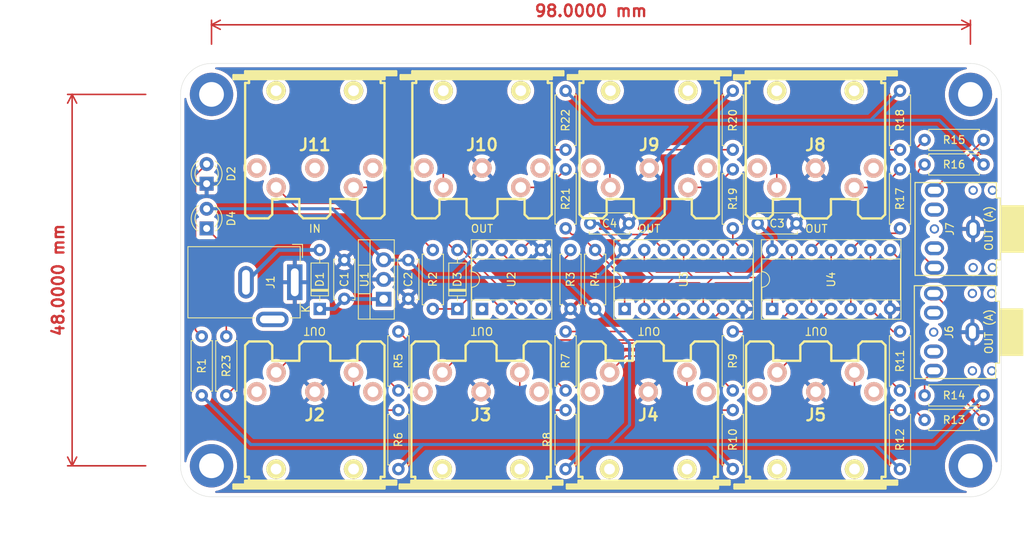
<source format=kicad_pcb>
(kicad_pcb (version 20240108) (generator "pcbnew") (generator_version "8.0")
  (title_block (title "MidiSplitter"))
  (layers (0 "F.Cu" signal) (31 "B.Cu" signal) (34 "B.Paste" user) (35 "F.Paste" user) (36 "B.SilkS" user "B.Silkscreen") (37 "F.SilkS" user "F.Silkscreen") (38 "B.Mask" user) (39 "F.Mask" user) (44 "Edge.Cuts" user))
  (net 0 "")
  (net 1 "GND")
  (net 2 "Net-(D1-A)")
  (net 3 "Net-(D1-K)")
  (net 4 "Net-(D2-A)")
  (net 5 "Net-(D3-A)")
  (net 6 "Net-(D3-K)")
  (net 7 "Net-(D4-K)")
  (net 8 "Net-(J4-Pad4)")
  (net 11 "Net-(J5-Pad5)")
  (net 12 "Net-(J5-Pad4)")
  (net 15 "Net-(J6-PadT)")
  (net 16 "Net-(J6-PadR)")
  (net 17 "Net-(J7-PadR)")
  (net 18 "Net-(J7-PadT)")
  (net 19 "Net-(J9-Pad5)")
  (net 21 "Net-(J9-Pad4)")
  (net 28 "Net-(J11-Pad4)")
  (net 31 "Net-(J10-Pad4)")
  (net 35 "Net-(J8-Pad4)")
  (net 37 "Net-(J8-Pad5)")
  (net 38 "+5V")
  (net 39 "Net-(R5-Pad2)")
  (net 40 "Net-(U2-VO1)")
  (net 41 "Net-(U2-VO2)")
  (net 42 "Net-(R11-Pad2)")
  (net 45 "Net-(U3-Pad11)")
  (net 46 "Net-(J2-Pad4)")
  (net 47 "Net-(J2-Pad5)")
  (net 48 "Net-(J3-Pad4)")
  (net 49 "Net-(J3-Pad5)")
  (net 50 "Net-(R7-Pad2)")
  (net 51 "Net-(J4-Pad5)")
  (net 52 "Net-(R9-Pad2)")
  (net 53 "Net-(R13-Pad2)")
  (net 54 "Net-(R15-Pad2)")
  (net 55 "Net-(R17-Pad2)")
  (net 56 "Net-(J10-Pad5)")
  (net 57 "Net-(R19-Pad2)")
  (net 58 "Net-(R21-Pad2)")
  (net 60 "Net-(R23-Pad2)")
  (footprint "Resistor_THT:R_Axial_DIN0207_L6.3mm_D2.5mm_P7.62mm_Horizontal" (layer "F.Cu") (at 107.315 98.425 90)
    (property "Reference" "R10")
    (property "Value" "220Ω" (hide yes))
  )
  (footprint "MountingHole:MountingHole_3.2mm_M3_DIN965_Pad" (layer "F.Cu") (at 40 50)
    (property "Reference" "H1" (hide yes))
    (property "Value" "MountingHole" (hide yes))
  )
  (footprint "Resistor_THT:R_Axial_DIN0207_L6.3mm_D2.5mm_P7.62mm_Horizontal" (layer "F.Cu") (at 128.905 88.265 90)
    (property "Reference" "R11")
    (property "Value" "220Ω" (hide yes))
  )
  (footprint "Eurocad:MIDI_DIN5" (layer "F.Cu") (at 117.98808 56.5277 180)
    (property "Reference" "J8")
    (property "Value" "DIN-5_180degree" (hide yes))
  )
  (footprint "Resistor_THT:R_Axial_DIN0207_L6.3mm_D2.5mm_P7.62mm_Horizontal" (layer "F.Cu") (at 68.58 77.724 90)
    (property "Reference" "R2")
    (property "Value" "220Ω" (hide yes))
  )
  (footprint "Protoplasma:PJ-307" (layer "F.Cu") (at 135.255 80.725 180)
    (property "Reference" "J6")
    (property "Value" "AudioJack3" (hide yes))
  )
  (footprint "Resistor_THT:R_Axial_DIN0207_L6.3mm_D2.5mm_P7.62mm_Horizontal" (layer "F.Cu") (at 128.905 98.425 90)
    (property "Reference" "R12")
    (property "Value" "220Ω" (hide yes))
  )
  (footprint "Resistor_THT:R_Axial_DIN0207_L6.3mm_D2.5mm_P7.62mm_Horizontal" (layer "F.Cu") (at 107.315 59.69 -90)
    (property "Reference" "R19")
    (property "Value" "220Ω" (hide yes))
  )
  (footprint "Eurocad:MIDI_DIN5" (layer "F.Cu") (at 118.03126 91.4273)
    (property "Reference" "J5")
    (property "Value" "DIN-5_180degree" (hide yes))
  )
  (footprint "MountingHole:MountingHole_3.2mm_M3_DIN965_Pad" (layer "F.Cu") (at 40 98)
    (property "Reference" "H3" (hide yes))
    (property "Value" "MountingHole" (hide yes))
  )
  (footprint "MountingHole:MountingHole_3.2mm_M3_DIN965_Pad" (layer "F.Cu") (at 138 50)
    (property "Reference" "H2" (hide yes))
    (property "Value" "MountingHole" (hide yes))
  )
  (footprint "Resistor_THT:R_Axial_DIN0207_L6.3mm_D2.5mm_P7.62mm_Horizontal" (layer "F.Cu") (at 139.7 92.075 180)
    (property "Reference" "R13")
    (property "Value" "220Ω" (hide yes))
  )
  (footprint "Resistor_THT:R_Axial_DIN0207_L6.3mm_D2.5mm_P7.62mm_Horizontal" (layer "F.Cu") (at 128.905 59.69 -90)
    (property "Reference" "R17")
    (property "Value" "220Ω" (hide yes))
  )
  (footprint "Package_TO_SOT_THT:TO-220-3_Vertical" (layer "F.Cu") (at 62.23 76.454 90)
    (property "Reference" "U1")
    (property "Value" "LM7805_TO220" (hide yes))
  )
  (footprint "LED_THT:LED_D3.0mm" (layer "F.Cu") (at 39.37 61.54 90)
    (property "Reference" "D2")
    (property "Value" "LED" (hide yes))
  )
  (footprint "Resistor_THT:R_Axial_DIN0207_L6.3mm_D2.5mm_P7.62mm_Horizontal" (layer "F.Cu") (at 132.08 59.055)
    (property "Reference" "R16")
    (property "Value" "220Ω" (hide yes))
  )
  (footprint "MountingHole:MountingHole_3.2mm_M3_DIN965_Pad" (layer "F.Cu") (at 138 98)
    (property "Reference" "H4" (hide yes))
    (property "Value" "MountingHole" (hide yes))
  )
  (footprint "Package_DIP:DIP-14_W7.62mm_Socket" (layer "F.Cu") (at 112.395 77.724 90)
    (property "Reference" "U4")
    (property "Value" "74HC14" (hide yes))
  )
  (footprint "Resistor_THT:R_Axial_DIN0207_L6.3mm_D2.5mm_P7.62mm_Horizontal" (layer "F.Cu") (at 128.905 49.53 -90)
    (property "Reference" "R18")
    (property "Value" "220Ω" (hide yes))
  )
  (footprint "Eurocad:MIDI_DIN5" (layer "F.Cu") (at 74.80808 91.4273)
    (property "Reference" "J3")
    (property "Value" "DIN-5_180degree" (hide yes))
  )
  (footprint "Capacitor_THT:C_Disc_D5.0mm_W2.5mm_P5.00mm" (layer "F.Cu") (at 110.53 66.675)
    (property "Reference" "C3")
    (property "Value" "100nF" (hide yes))
  )
  (footprint "Resistor_THT:R_Axial_DIN0207_L6.3mm_D2.5mm_P7.62mm_Horizontal" (layer "F.Cu") (at 86.36 77.724 90)
    (property "Reference" "R3")
    (property "Value" "4.7kΩ" (hide yes))
  )
  (footprint "Protoplasma:PJ-307" (layer "F.Cu") (at 135.35 67.39 180)
    (property "Reference" "J7")
    (property "Value" "AudioJack3" (hide yes))
  )
  (footprint "Package_DIP:DIP-8_W7.62mm_Socket" (layer "F.Cu") (at 74.93 77.724 90)
    (property "Reference" "U2")
    (property "Value" "6N138" (hide yes))
  )
  (footprint "Eurocad:MIDI_DIN5" (layer "F.Cu") (at 53.34 56.515 180)
    (property "Reference" "J11")
    (property "Value" "DIN-5_180degree" (hide yes))
  )
  (footprint "Package_DIP:DIP-14_W7.62mm_Socket" (layer "F.Cu") (at 93.345 77.724 90)
    (property "Reference" "U3")
    (property "Value" "74HC14" (hide yes))
  )
  (footprint "Eurocad:MIDI_DIN5" (layer "F.Cu") (at 96.39808 91.4273)
    (property "Reference" "J4")
    (property "Value" "DIN-5_180degree" (hide yes))
  )
  (footprint "LED_THT:LED_D3.0mm" (layer "F.Cu") (at 39.37 67.32 90)
    (property "Reference" "D4")
    (property "Value" "LED" (hide yes))
  )
  (footprint "Resistor_THT:R_Axial_DIN0207_L6.3mm_D2.5mm_P7.62mm_Horizontal" (layer "F.Cu") (at 85.725 98.425 90)
    (property "Reference" "R8")
    (property "Value" "220Ω")
  )
  (footprint "Capacitor_THT:C_Disc_D5.0mm_W2.5mm_P5.00mm" (layer "F.Cu") (at 88.9 66.675)
    (property "Reference" "C4")
    (property "Value" "100nF" (hide yes))
  )
  (footprint "Eurocad:MIDI_DIN5" (layer "F.Cu") (at 74.93 56.515 180)
    (property "Reference" "J10")
    (property "Value" "DIN-5_180degree" (hide yes))
  )
  (footprint "Diode_THT:D_DO-35_SOD27_P7.62mm_Horizontal" (layer "F.Cu") (at 53.975 77.724 90)
    (property "Reference" "D1")
    (property "Value" "IN4001" (hide yes))
  )
  (footprint "Resistor_THT:R_Axial_DIN0207_L6.3mm_D2.5mm_P7.62mm_Horizontal" (layer "F.Cu") (at 64.135 98.425 90)
    (property "Reference" "R6")
    (property "Value" "220Ω" (hide yes))
  )
  (footprint "Connector_BarrelJack:BarrelJack_GCT_DCJ200-10-A_Horizontal" (layer "F.Cu") (at 50.75 74.28 -90)
    (property "Reference" "J1")
    (property "Value" "Barrel_Jack" (hide yes))
  )
  (footprint "Eurocad:MIDI_DIN5" (layer "F.Cu") (at 96.52 56.515 180)
    (property "Reference" "J9")
    (property "Value" "DIN-5_180degree" (hide yes))
  )
  (footprint "Eurocad:MIDI_DIN5" (layer "F.Cu") (at 53.34 91.4273)
    (property "Reference" "J2")
    (property "Value" "DIN-5_180degree" (hide yes))
  )
  (footprint "Diode_THT:D_DO-35_SOD27_P7.62mm_Horizontal" (layer "F.Cu") (at 71.755 77.724 90)
    (property "Reference" "D3")
    (property "Value" "1N4148" (hide yes))
  )
  (footprint "Resistor_THT:R_Axial_DIN0207_L6.3mm_D2.5mm_P7.62mm_Horizontal" (layer "F.Cu") (at 41.91 81.28 -90)
    (property "Reference" "R23")
    (property "Value" "220Ω" (hide yes))
  )
  (footprint "Resistor_THT:R_Axial_DIN0207_L6.3mm_D2.5mm_P7.62mm_Horizontal" (layer "F.Cu") (at 85.725 88.265 90)
    (property "Reference" "R7")
    (property "Value" "220Ω")
  )
  (footprint "Resistor_THT:R_Axial_DIN0207_L6.3mm_D2.5mm_P7.62mm_Horizontal" (layer "F.Cu") (at 89.535 77.724 90)
    (property "Reference" "R4")
    (property "Value" "220Ω" (hide yes))
  )
  (footprint "Resistor_THT:R_Axial_DIN0207_L6.3mm_D2.5mm_P7.62mm_Horizontal" (layer "F.Cu") (at 107.315 49.53 -90)
    (property "Reference" "R20")
    (property "Value" "220Ω" (hide yes))
  )
  (footprint "Capacitor_THT:C_Disc_D5.0mm_W2.5mm_P5.00mm" (layer "F.Cu") (at 65.405 71.414 -90)
    (property "Reference" "C2")
    (property "Value" "100nF" (hide yes))
  )
  (footprint "Resistor_THT:R_Axial_DIN0207_L6.3mm_D2.5mm_P7.62mm_Horizontal" (layer "F.Cu") (at 85.725 59.69 -90)
    (property "Reference" "R21")
    (property "Value" "220Ω" (hide yes))
  )
  (footprint "Resistor_THT:R_Axial_DIN0207_L6.3mm_D2.5mm_P7.62mm_Horizontal" (layer "F.Cu") (at 139.7 55.88 180)
    (property "Reference" "R15")
    (property "Value" "220Ω" (hide yes))
  )
  (footprint "Resistor_THT:R_Axial_DIN0207_L6.3mm_D2.5mm_P7.62mm_Horizontal" (layer "F.Cu") (at 38.735 88.9 90)
    (property "Reference" "R1")
    (property "Value" "220Ω" (hide yes))
  )
  (footprint "Resistor_THT:R_Axial_DIN0207_L6.3mm_D2.5mm_P7.62mm_Horizontal" (layer "F.Cu") (at 132.08 88.9)
    (property "Reference" "R14")
    (property "Value" "220Ω" (hide yes))
  )
  (footprint "Capacitor_THT:C_Disc_D5.0mm_W2.5mm_P5.00mm" (layer "F.Cu") (at 57.15 76.414 90)
    (property "Reference" "C1")
    (property "Value" "330nF" (hide yes))
  )
  (footprint "Resistor_THT:R_Axial_DIN0207_L6.3mm_D2.5mm_P7.62mm_Horizontal" (layer "F.Cu") (at 64.135 88.265 90)
    (property "Reference" "R5")
    (property "Value" "220Ω" (hide yes))
  )
  (footprint "Resistor_THT:R_Axial_DIN0207_L6.3mm_D2.5mm_P7.62mm_Horizontal" (layer "F.Cu") (at 107.315 88.265 90)
    (property "Reference" "R9")
    (property "Value" "220Ω" (hide yes))
  )
  (footprint "Resistor_THT:R_Axial_DIN0207_L6.3mm_D2.5mm_P7.62mm_Horizontal" (layer "F.Cu") (at 85.725 49.53 -90)
    (property "Reference" "R22")
    (property "Value" "220Ω" (hide yes))
  )
  (gr_line (start 36 98) (end 36 50) (stroke (width 0.05)) (layer "Edge.Cuts"))
  (gr_line (start 142 50) (end 142 98) (stroke (width 0.05)) (layer "Edge.Cuts"))
  (gr_arc (start 40 102) (mid 37.171573 100.828427) (end 36 98) (stroke (width 0.05)) (layer "Edge.Cuts"))
  (gr_arc (start 142 98) (mid 140.828427 100.828427) (end 138 102) (stroke (width 0.05)) (layer "Edge.Cuts"))
  (gr_line (start 40 46) (end 138 46) (stroke (width 0.05)) (layer "Edge.Cuts"))
  (gr_arc (start 36 50) (mid 37.171573 47.171573) (end 40 46) (stroke (width 0.05)) (layer "Edge.Cuts"))
  (gr_line (start 138 102) (end 40 102) (stroke (width 0.05)) (layer "Edge.Cuts"))
  (gr_arc (start 138 46) (mid 140.828427 47.171573) (end 142 50) (stroke (width 0.05)) (layer "Edge.Cuts"))
  (gr_text "OUT (A)" (at 140.97 67.31 90) (layer "F.SilkS") (effects (font (size 1 1)) (justify bottom)))
  (gr_text "OUT" (at 96.52 67.945 0) (layer "F.SilkS") (effects (font (size 1 1)) (justify bottom)))
  (gr_text "OUT" (at 96.52 80.01 180) (layer "F.SilkS") (effects (font (size 1 1)) (justify bottom)))
  (gr_text "OUT (A)" (at 140.97 80.645 90) (layer "F.SilkS") (effects (font (size 1 1)) (justify bottom)))
  (gr_text "IN" (at 53.34 67.945 0) (layer "F.SilkS") (effects (font (size 1 1)) (justify bottom)))
  (gr_text "OUT" (at 53.34 80.01 180) (layer "F.SilkS") (effects (font (size 1 1)) (justify bottom)))
  (gr_text "OUT" (at 74.93 67.945 0) (layer "F.SilkS") (effects (font (size 1 1)) (justify bottom)))
  (gr_text "OUT" (at 74.93 80.01 180) (layer "F.SilkS") (effects (font (size 1 1)) (justify bottom)))
  (gr_text "OUT" (at 118.11 67.945 0) (layer "F.SilkS") (effects (font (size 1 1)) (justify bottom)))
  (gr_text "OUT" (at 118.11 80.01 180) (layer "F.SilkS") (effects (font (size 1 1)) (justify bottom)))
  (dimension (type aligned) (layer "F.Cu") (pts (xy 40 44) (xy 138 44)) (height -3) (gr_text "98.0000 mm" (at 89 39.2 0) (layer "F.Cu") (effects (font (size 1.5 1.5) (thickness 0.3)))) (format (prefix "") (suffix "") (units 3) (units_format 1) (precision 4)) (style (thickness 0.2) (arrow_length 1.27) (text_position_mode 0) (extension_height 0.58642) (extension_offset 0.5) keep_text_aligned))
  (dimension (type aligned) (layer "F.Cu") (pts (xy 32 50) (xy 32 98)) (height 10) (gr_text "48.0000 mm" (at 20.2 74 90) (layer "F.Cu") (effects (font (size 1.5 1.5) (thickness 0.3)))) (format (prefix "") (suffix "") (units 3) (units_format 1) (precision 4)) (style (thickness 0.2) (arrow_length 1.27) (text_position_mode 0) (extension_height 0.58642) (extension_offset 0.5) keep_text_aligned))
  (segment (start 48.626 70.104) (end 53.975 70.104) (width 0.5) (layer "B.Cu") (net 2))
  (segment (start 44.45 74.28) (end 48.626 70.104) (width 0.5) (layer "B.Cu") (net 2))
  (segment (start 62.19 76.414) (end 62.23 76.454) (width 0.2) (layer "F.Cu") (net 3))
  (segment (start 61.635 76.795) (end 62.23 76.2) (width 0.2) (layer "F.Cu") (net 3))
  (segment (start 58.206 76.414) (end 58.246 76.454) (width 0.5) (layer "B.Cu") (net 3))
  (segment (start 53.975 77.724) (end 55.84 77.724) (width 0.5) (layer "B.Cu") (net 3))
  (segment (start 55.84 77.724) (end 57.15 76.414) (width 0.5) (layer "B.Cu") (net 3))
  (segment (start 58.246 76.454) (end 62.23 76.454) (width 0.5) (layer "B.Cu") (net 3))
  (segment (start 57.15 76.414) (end 58.206 76.414) (width 0.5) (layer "B.Cu") (net 3))
  (segment (start 37.935001 80.480001) (end 37.935001 60.434999) (width 0.2) (layer "F.Cu") (net 4))
  (segment (start 38.735 81.28) (end 37.935001 80.480001) (width 0.2) (layer "F.Cu") (net 4))
  (segment (start 37.935001 60.434999) (end 39.37 59) (width 0.2) (layer "F.Cu") (net 4))
  (segment (start 71.374 70.104) (end 63.2841 62.0141) (width 0.2) (layer "F.Cu") (net 5))
  (segment (start 80.01 77.724) (end 72.39 70.104) (width 0.2) (layer "F.Cu") (net 5))
  (segment (start 72.39 70.104) (end 71.374 70.104) (width 0.2) (layer "F.Cu") (net 5))
  (segment (start 63.2841 62.0141) (end 58.33618 62.0141) (width 0.2) (layer "F.Cu") (net 5))
  (segment (start 68.58 77.724) (end 71.755 77.724) (width 0.2) (layer "F.Cu") (net 6))
  (segment (start 75.946 76.2) (end 77.47 77.724) (width 0.2) (layer "F.Cu") (net 6))
  (segment (start 71.755 77.724) (end 73.279 76.2) (width 0.2) (layer "F.Cu") (net 6))
  (segment (start 73.279 76.2) (end 75.946 76.2) (width 0.2) (layer "F.Cu") (net 6))
  (segment (start 41.91 69.86) (end 39.37 67.32) (width 0.2) (layer "F.Cu") (net 7))
  (segment (start 41.91 81.28) (end 41.91 69.86) (width 0.2) (layer "F.Cu") (net 7))
  (segment (start 101.39426 88.86814) (end 103.33112 90.805) (width 0.2) (layer "F.Cu") (net 8))
  (segment (start 103.33112 90.805) (end 107.315 90.805) (width 0.2) (layer "F.Cu") (net 8))
  (segment (start 101.39426 85.9282) (end 101.39426 88.86814) (width 0.2) (layer "F.Cu") (net 8))
  (segment (start 113.03508 85.9282) (end 115.14328 83.82) (width 0.2) (layer "F.Cu") (net 11))
  (segment (start 115.14328 83.82) (end 124.46 83.82) (width 0.2) (layer "F.Cu") (net 11))
  (segment (start 124.46 83.82) (end 128.905 88.265) (width 0.2) (layer "F.Cu") (net 11))
  (segment (start 124.7775 90.805) (end 128.905 90.805) (width 0.2) (layer "F.Cu") (net 12))
  (segment (start 123.02744 89.05494) (end 124.7775 90.805) (width 0.2) (layer "F.Cu") (net 12))
  (segment (start 123.02744 85.9282) (end 123.02744 89.05494) (width 0.2) (layer "F.Cu") (net 12))
  (segment (start 133.255 75.725) (end 135.89 78.36) (width 0.2) (layer "F.Cu") (net 15))
  (segment (start 135.89 78.36) (end 135.89 88.265) (width 0.2) (layer "F.Cu") (net 15))
  (segment (start 135.89 88.265) (end 139.7 92.075) (width 0.2) (layer "F.Cu") (net 15))
  (segment (start 132.08 88.9) (end 132.08 86.9) (width 0.2) (layer "F.Cu") (net 16))
  (segment (start 132.08 86.9) (end 133.255 85.725) (width 0.2) (layer "F.Cu") (net 16))
  (segment (start 132.08 59.055) (end 131.280001 59.854999) (width 0.2) (layer "F.Cu") (net 17))
  (segment (start 131.280001 59.854999) (end 131.280001 70.320001) (width 0.2) (layer "F.Cu") (net 17))
  (segment (start 131.280001 70.320001) (end 133.35 72.39) (width 0.2) (layer "F.Cu") (net 17))
  (segment (start 133.35 62.39) (end 133.35 62.23) (width 0.2) (layer "F.Cu") (net 18))
  (segment (start 133.35 62.23) (end 139.7 55.88) (width 0.2) (layer "F.Cu") (net 18))
  (segment (start 104.9909 62.0141) (end 107.315 59.69) (width 0.2) (layer "F.Cu") (net 19))
  (segment (start 101.51618 62.0141) (end 104.9909 62.0141) (width 0.2) (layer "F.Cu") (net 19))
  (segment (start 107.315 57.15) (end 93.98 57.15) (width 0.2) (layer "F.Cu") (net 21))
  (segment (start 93.98 57.15) (end 91.44 59.69) (width 0.2) (layer "F.Cu") (net 21))
  (segment (start 91.44 61.93028) (end 91.52382 62.0141) (width 0.2) (layer "F.Cu") (net 21))
  (segment (start 91.44 59.69) (end 91.44 61.93028) (width 0.2) (layer "F.Cu") (net 21))
  (segment (start 48.34382 62.0141) (end 51.09972 64.77) (width 0.2) (layer "F.Cu") (net 28))
  (segment (start 51.09972 64.77) (end 63.246 64.77) (width 0.2) (layer "F.Cu") (net 28))
  (segment (start 63.246 64.77) (end 68.58 70.104) (width 0.2) (layer "F.Cu") (net 28))
  (segment (start 85.725 57.15) (end 72.39 57.15) (width 0.2) (layer "F.Cu") (net 31))
  (segment (start 72.39 57.15) (end 69.93382 59.60618) (width 0.2) (layer "F.Cu") (net 31))
  (segment (start 69.93382 59.60618) (end 69.93382 62.0141) (width 0.2) (layer "F.Cu") (net 31))
  (segment (start 112.9919 62.0268) (end 112.9919 59.7281) (width 0.2) (layer "F.Cu") (net 35))
  (segment (start 112.9919 59.7281) (end 115.57 57.15) (width 0.2) (layer "F.Cu") (net 35))
  (segment (start 115.57 57.15) (end 128.27 57.15) (width 0.2) (layer "F.Cu") (net 35))
  (segment (start 126.5682 62.0268) (end 122.98426 62.0268) (width 0.2) (layer "F.Cu") (net 37))
  (segment (start 128.905 59.69) (end 126.5682 62.0268) (width 0.2) (layer "F.Cu") (net 37))
  (segment (start 45.085 95.25) (end 38.735 88.9) (width 0.4) (layer "B.Cu") (net 38))
  (segment (start 88.9 95.25) (end 91.44 95.25) (width 0.4) (layer "B.Cu") (net 38))
  (segment (start 89.535 53.34) (end 103.505 53.34) (width 0.4) (layer "B.Cu") (net 38))
  (segment (start 98.679 58.166) (end 98.679 64.77) (width 0.4) (layer "B.Cu") (net 38))
  (segment (start 85.471 73.66) (end 83.82 73.66) (width 0.4) (layer "B.Cu") (net 38))
  (segment (start 107.315 49.53) (end 104.775 52.07) (width 0.4) (layer "B.Cu") (net 38))
  (segment (start 62.27 71.414) (end 62.23 71.374) (width 0.2) (layer "B.Cu") (net 38))
  (segment (start 104.775 52.07) (end 98.679 58.166) (width 0.4) (layer "B.Cu") (net 38))
  (segment (start 85.725 49.53) (end 89.535 53.34) (width 0.4) (layer "B.Cu") (net 38))
  (segment (start 103.505 53.34) (end 125.095 53.34) (width 0.4) (layer "B.Cu") (net 38))
  (segment (start 83.82 73.66) (end 89.789 73.66) (width 0.4) (layer "B.Cu") (net 38))
  (segment (start 71.374 73.66) (end 74.93 70.104) (width 0.4) (layer "B.Cu") (net 38))
  (segment (start 62.27 71.414) (end 65.405 71.414) (width 0.4) (layer "B.Cu") (net 38))
  (segment (start 85.725 98.425) (end 88.9 95.25) (width 0.4) (layer "B.Cu") (net 38))
  (segment (start 89.535 77.724) (end 93.98 82.169) (width 0.4) (layer "B.Cu") (net 38))
  (segment (start 133.35 95.25) (end 139.7 88.9) (width 0.4) (layer "B.Cu") (net 38))
  (segment (start 112.395 68.54) (end 112.395 70.104) (width 0.4) (layer "B.Cu") (net 38))
  (segment (start 124.46 53.34) (end 133.985 53.34) (width 0.4) (layer "B.Cu") (net 38))
  (segment (start 71.374 73.66) (end 83.82 73.66) (width 0.4) (layer "B.Cu") (net 38))
  (segment (start 93.98 82.169) (end 93.98 92.71) (width 0.4) (layer "B.Cu") (net 38))
  (segment (start 125.73 95.25) (end 128.905 98.425) (width 0.4) (layer "B.Cu") (net 38))
  (segment (start 112.435 70.064) (end 112.395 70.104) (width 0.2) (layer "B.Cu") (net 38))
  (segment (start 65.405 71.414) (end 67.651 73.66) (width 0.4) (layer "B.Cu") (net 38))
  (segment (start 39.37 64.78) (end 55.636 64.78) (width 0.4) (layer "B.Cu") (net 38))
  (segment (start 107.315 98.425) (end 104.14 95.25) (width 0.4) (layer "B.Cu") (net 38))
  (segment (start 89.789 73.66) (end 93.345 70.104) (width 0.4) (layer "B.Cu") (net 38))
  (segment (start 88.9 66.675) (end 89.916 66.675) (width 0.4) (layer "B.Cu") (net 38))
  (segment (start 89.535 77.724) (end 85.471 73.66) (width 0.4) (layer "B.Cu") (net 38))
  (segment (start 55.636 64.78) (end 62.23 71.374) (width 0.4) (layer "B.Cu") (net 38))
  (segment (start 125.095 53.34) (end 128.905 49.53) (width 0.4) (layer "B.Cu") (net 38))
  (segment (start 93.98 92.71) (end 91.44 95.25) (width 0.4) (layer "B.Cu") (net 38))
  (segment (start 133.985 53.34) (end 139.7 59.055) (width 0.4) (layer "B.Cu") (net 38))
  (segment (start 89.916 66.675) (end 93.345 70.104) (width 0.4) (layer "B.Cu") (net 38))
  (segment (start 112.395 70.485) (end 112.395 70.104) (width 0.4) (layer "B.Cu") (net 38))
  (segment (start 67.31 95.25) (end 45.085 95.25) (width 0.4) (layer "B.Cu") (net 38))
  (segment (start 110.53 66.675) (end 112.395 68.54) (width 0.4) (layer "B.Cu") (net 38))
  (segment (start 64.135 98.425) (end 67.31 95.25) (width 0.4) (layer "B.Cu") (net 38))
  (segment (start 109.22 73.66) (end 112.395 70.485) (width 0.4) (layer "B.Cu") (net 38))
  (segment (start 67.31 95.25) (end 88.9 95.25) (width 0.4) (layer "B.Cu") (net 38))
  (segment (start 67.651 73.66) (end 71.374 73.66) (width 0.4) (layer "B.Cu") (net 38))
  (segment (start 104.14 95.25) (end 125.73 95.25) (width 0.4) (layer "B.Cu") (net 38))
  (segment (start 125.73 95.25) (end 133.35 95.25) (width 0.4) (layer "B.Cu") (net 38))
  (segment (start 103.505 53.34) (end 104.775 52.07) (width 0.4) (layer "B.Cu") (net 38))
  (segment (start 89.789 73.66) (end 109.22 73.66) (width 0.4) (layer "B.Cu") (net 38))
  (segment (start 91.44 95.25) (end 104.14 95.25) (width 0.4) (layer "B.Cu") (net 38))
  (segment (start 93.345 70.104) (end 98.679 64.77) (width 0.4) (layer "B.Cu") (net 38))
  (segment (start 65.235 81.745) (end 102.024 81.745) (width 0.2) (layer "F.Cu") (net 39))
  (segment (start 102.024 81.745) (end 106.045 77.724) (width 0.2) (layer "F.Cu") (net 39))
  (segment (start 64.135 80.645) (end 65.235 81.745) (width 0.2) (layer "F.Cu") (net 39))
  (segment (start 77.47 70.485) (end 78.74 71.755) (width 0.2) (layer "F.Cu") (net 40))
  (segment (start 85.09 71.755) (end 86.36 70.485) (width 0.2) (layer "F.Cu") (net 40))
  (segment (start 78.74 71.755) (end 85.09 71.755) (width 0.2) (layer "F.Cu") (net 40))
  (segment (start 88.011 68.58) (end 89.535 70.104) (width 0.2) (layer "F.Cu") (net 41))
  (segment (start 89.535 70.104) (end 93.345 73.914) (width 0.2) (layer "F.Cu") (net 41))
  (segment (start 80.01 70.104) (end 81.534 68.58) (width 0.2) (layer "F.Cu") (net 41))
  (segment (start 93.345 73.914) (end 93.345 77.724) (width 0.2) (layer "F.Cu") (net 41))
  (segment (start 81.534 68.58) (end 88.011 68.58) (width 0.2) (layer "F.Cu") (net 41))
  (segment (start 128.016 80.645) (end 125.095 77.724) (width 0.2) (layer "F.Cu") (net 42))
  (segment (start 128.905 80.645) (end 128.016 80.645) (width 0.2) (layer "F.Cu") (net 42))
  (segment (start 107.315 73.66) (end 111.125 73.66) (width 0.2) (layer "F.Cu") (net 45))
  (segment (start 118.745 73.66) (end 121.285 73.66) (width 0.2) (layer "F.Cu") (net 45))
  (segment (start 112.395 74.93) (end 111.125 73.66) (width 0.2) (layer "F.Cu") (net 45))
  (segment (start 122.555 74.93) (end 121.285 73.66) (width 0.2) (layer "F.Cu") (net 45))
  (segment (start 97.155 73.66) (end 97.79 73.66) (width 0.2) (layer "F.Cu") (net 45))
  (segment (start 117.475 75.565) (end 115.57 73.66) (width 0.2) (layer "F.Cu") (net 45))
  (segment (start 114.935 70.104) (end 114.935 72.39) (width 0.2) (layer "F.Cu") (net 45))
  (segment (start 117.475 77.724) (end 117.475 75.565) (width 0.2) (layer "F.Cu") (net 45))
  (segment (start 97.79 73.66) (end 99.695 73.66) (width 0.2) (layer "F.Cu") (net 45))
  (segment (start 100.965 72.39) (end 102.235 73.66) (width 0.2) (layer "F.Cu") (net 45))
  (segment (start 103.505 77.724) (end 103.505 74.93) (width 0.2) (layer "F.Cu") (net 45))
  (segment (start 114.935 72.39) (end 113.665 73.66) (width 0.2) (layer "F.Cu") (net 45))
  (segment (start 98.425 77.724) (end 98.425 74.93) (width 0.2) (layer "F.Cu") (net 45))
  (segment (start 120.015 70.104) (end 120.015 72.39) (width 0.2) (layer "F.Cu") (net 45))
  (segment (start 106.045 70.104) (end 106.045 72.39) (width 0.2) (layer "F.Cu") (net 45))
  (segment (start 104.775 73.66) (end 107.315 73.66) (width 0.2) (layer "F.Cu") (net 45))
  (segment (start 95.885 77.724) (end 95.885 74.93) (width 0.2) (layer "F.Cu") (net 45))
  (segment (start 121.285 73.66) (end 123.825 73.66) (width 0.2) (layer "F.Cu") (net 45))
  (segment (start 113.665 73.66) (end 115.57 73.66) (width 0.2) (layer "F.Cu") (net 45))
  (segment (start 95.885 72.39) (end 97.155 73.66) (width 0.2) (layer "F.Cu") (net 45))
  (segment (start 103.505 74.93) (end 104.775 73.66) (width 0.2) (layer "F.Cu") (net 45))
  (segment (start 122.555 77.724) (end 122.555 74.93) (width 0.2) (layer "F.Cu") (net 45))
  (segment (start 95.885 70.104) (end 95.885 72.39) (width 0.2) (layer "F.Cu") (net 45))
  (segment (start 98.425 74.93) (end 99.695 73.66) (width 0.2) (layer "F.Cu") (net 45))
  (segment (start 99.695 73.66) (end 102.235 73.66) (width 0.2) (layer "F.Cu") (net 45))
  (segment (start 115.57 73.66) (end 118.745 73.66) (width 0.2) (layer "F.Cu") (net 45))
  (segment (start 123.825 73.66) (end 125.095 72.39) (width 0.2) (layer "F.Cu") (net 45))
  (segment (start 120.015 72.39) (end 118.745 73.66) (width 0.2) (layer "F.Cu") (net 45))
  (segment (start 95.885 74.93) (end 97.155 73.66) (width 0.2) (layer "F.Cu") (net 45))
  (segment (start 100.965 70.104) (end 100.965 72.39) (width 0.2) (layer "F.Cu") (net 45))
  (segment (start 125.095 72.39) (end 125.095 70.104) (width 0.2) (layer "F.Cu") (net 45))
  (segment (start 106.045 72.39) (end 107.315 73.66) (width 0.2) (layer "F.Cu") (net 45))
  (segment (start 111.125 73.66) (end 113.665 73.66) (width 0.2) (layer "F.Cu") (net 45))
  (segment (start 102.235 73.66) (end 104.775 73.66) (width 0.2) (layer "F.Cu") (net 45))
  (segment (start 112.395 77.724) (end 112.395 74.93) (width 0.2) (layer "F.Cu") (net 45))
  (segment (start 58.33618 88.81618) (end 60.325 90.805) (width 0.2) (layer "F.Cu") (net 46))
  (segment (start 60.325 90.805) (end 64.135 90.805) (width 0.2) (layer "F.Cu") (net 46))
  (segment (start 58.33618 85.9282) (end 58.33618 88.81618) (width 0.2) (layer "F.Cu") (net 46))
  (segment (start 60.24852 84.37852) (end 49.8935 84.37852) (width 0.2) (layer "F.Cu") (net 47))
  (segment (start 49.8935 84.37852) (end 48.34382 85.9282) (width 0.2) (layer "F.Cu") (net 47))
  (segment (start 64.135 88.265) (end 60.24852 84.37852) (width 0.2) (layer "F.Cu") (net 47))
  (segment (start 81.74112 90.805) (end 85.725 90.805) (width 0.2) (layer "F.Cu") (net 48))
  (segment (start 79.80426 85.9282) (end 79.80426 88.86814) (width 0.2) (layer "F.Cu") (net 48))
  (segment (start 79.80426 88.86814) (end 81.74112 90.805) (width 0.2) (layer "F.Cu") (net 48))
  (segment (start 71.9201 83.82) (end 69.8119 85.9282) (width 0.2) (layer "F.Cu") (net 49))
  (segment (start 85.725 88.265) (end 81.28 83.82) (width 0.2) (layer "F.Cu") (net 49))
  (segment (start 81.28 83.82) (end 71.9201 83.82) (width 0.2) (layer "F.Cu") (net 49))
  (segment (start 98.044 80.645) (end 100.965 77.724) (width 0.2) (layer "F.Cu") (net 50))
  (segment (start 85.725 80.645) (end 98.044 80.645) (width 0.2) (layer "F.Cu") (net 50))
  (segment (start 93.5101 83.82) (end 91.4019 85.9282) (width 0.2) (layer "F.Cu") (net 51))
  (segment (start 102.87 83.82) (end 93.5101 83.82) (width 0.2) (layer "F.Cu") (net 51))
  (segment (start 107.315 88.265) (end 102.87 83.82) (width 0.2) (layer "F.Cu") (net 51))
  (segment (start 107.315 80.645) (end 112.014 80.645) (width 0.2) (layer "F.Cu") (net 52))
  (segment (start 112.014 80.645) (end 114.935 77.724) (width 0.2) (layer "F.Cu") (net 52))
  (segment (start 130.81 73.279) (end 130.81 90.805) (width 0.2) (layer "F.Cu") (net 53))
  (segment (start 127.635 70.104) (end 130.81 73.279) (width 0.2) (layer "F.Cu") (net 53))
  (segment (start 130.81 90.805) (end 132.08 92.075) (width 0.2) (layer "F.Cu") (net 53))
  (segment (start 130.81 60.325) (end 130.81 57.15) (width 0.2) (layer "F.Cu") (net 54))
  (segment (start 123.19 67.945) (end 130.81 60.325) (width 0.2) (layer "F.Cu") (net 54))
  (segment (start 130.81 57.15) (end 132.08 55.88) (width 0.2) (layer "F.Cu") (net 54))
  (segment (start 117.475 70.104) (end 119.634 67.945) (width 0.2) (layer "F.Cu") (net 54))
  (segment (start 119.634 67.945) (end 123.19 67.945) (width 0.2) (layer "F.Cu") (net 54))
  (segment (start 124.714 67.945) (end 128.905 67.945) (width 0.2) (layer "F.Cu") (net 55))
  (segment (start 122.555 70.104) (end 124.714 67.945) (width 0.2) (layer "F.Cu") (net 55))
  (segment (start 83.4009 62.0141) (end 85.725 59.69) (width 0.2) (layer "F.Cu") (net 56))
  (segment (start 79.92618 62.0141) (end 83.4009 62.0141) (width 0.2) (layer "F.Cu") (net 56))
  (segment (start 107.315 68.834) (end 108.585 70.104) (width 0.2) (layer "F.Cu") (net 57))
  (segment (start 107.315 67.31) (end 107.315 68.834) (width 0.2) (layer "F.Cu") (net 57))
  (segment (start 86.524999 68.109999) (end 96.430999 68.109999) (width 0.2) (layer "F.Cu") (net 58))
  (segment (start 85.725 67.31) (end 86.524999 68.109999) (width 0.2) (layer "F.Cu") (net 58))
  (segment (start 96.430999 68.109999) (end 98.425 70.104) (width 0.2) (layer "F.Cu") (net 58))
  (segment (start 41.91 88.9) (end 48.665 82.145) (width 0.2) (layer "F.Cu") (net 60))
  (segment (start 115.594 82.145) (end 120.015 77.724) (width 0.2) (layer "F.Cu") (net 60))
  (segment (start 48.665 82.145) (end 115.594 82.145) (width 0.2) (layer "F.Cu") (net 60))
  (zone (net 1) (net_name "GND") (layer "F.Cu") (connect_pads (clearance 0.5)) (min_thickness 0.25) (fill yes (thermal_gap 0.5) (thermal_bridge_width 0.5) (island_removal_mode 2) (island_area_min 5))
    (polygon (pts (xy 36 46) (xy 142 46) (xy 142 102) (xy 36 102)))
  )
  (zone (net 1) (net_name "GND") (layer "B.Cu") (priority 1) (connect_pads (clearance 0.5)) (min_thickness 0.25) (fill yes (thermal_gap 0.5) (thermal_bridge_width 0.5) (island_removal_mode 2) (island_area_min 5))
    (polygon (pts (xy 36 46) (xy 142 46) (xy 142 102) (xy 36 102)))
  )
)
</source>
